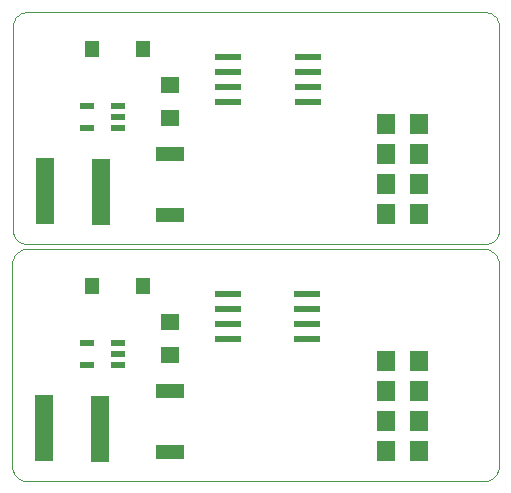
<source format=gtp>
G75*
G70*
%OFA0B0*%
%FSLAX24Y24*%
%IPPOS*%
%LPD*%
%AMOC8*
5,1,8,0,0,1.08239X$1,22.5*
%
%ADD10C,0.0000*%
%ADD11R,0.0870X0.0240*%
%ADD12R,0.0472X0.0217*%
%ADD13R,0.0500X0.0579*%
%ADD14R,0.0630X0.0551*%
%ADD15R,0.0945X0.0512*%
%ADD16R,0.0630X0.2244*%
%ADD17R,0.0630X0.0709*%
D10*
X000800Y000550D02*
X016020Y000550D01*
X016064Y000552D01*
X016107Y000558D01*
X016149Y000567D01*
X016191Y000580D01*
X016231Y000597D01*
X016270Y000617D01*
X016307Y000640D01*
X016341Y000667D01*
X016374Y000696D01*
X016403Y000729D01*
X016430Y000763D01*
X016453Y000800D01*
X016473Y000839D01*
X016490Y000879D01*
X016503Y000921D01*
X016512Y000963D01*
X016518Y001006D01*
X016520Y001050D01*
X016520Y007796D01*
X016518Y007840D01*
X016512Y007883D01*
X016503Y007925D01*
X016490Y007967D01*
X016473Y008007D01*
X016453Y008046D01*
X016430Y008083D01*
X016403Y008117D01*
X016374Y008150D01*
X016341Y008179D01*
X016307Y008206D01*
X016270Y008229D01*
X016231Y008249D01*
X016191Y008266D01*
X016149Y008279D01*
X016107Y008288D01*
X016064Y008294D01*
X016020Y008296D01*
X000800Y008296D01*
X000818Y008446D02*
X016039Y008446D01*
X016083Y008448D01*
X016126Y008454D01*
X016168Y008463D01*
X016210Y008476D01*
X016250Y008493D01*
X016289Y008513D01*
X016326Y008536D01*
X016360Y008563D01*
X016393Y008592D01*
X016422Y008625D01*
X016449Y008659D01*
X016472Y008696D01*
X016492Y008735D01*
X016509Y008775D01*
X016522Y008817D01*
X016531Y008859D01*
X016537Y008902D01*
X016539Y008946D01*
X016539Y015692D01*
X016537Y015736D01*
X016531Y015779D01*
X016522Y015821D01*
X016509Y015863D01*
X016492Y015903D01*
X016472Y015942D01*
X016449Y015979D01*
X016422Y016013D01*
X016393Y016046D01*
X016360Y016075D01*
X016326Y016102D01*
X016289Y016125D01*
X016250Y016145D01*
X016210Y016162D01*
X016168Y016175D01*
X016126Y016184D01*
X016083Y016190D01*
X016039Y016192D01*
X000818Y016192D01*
X000774Y016190D01*
X000731Y016184D01*
X000689Y016175D01*
X000647Y016162D01*
X000607Y016145D01*
X000568Y016125D01*
X000531Y016102D01*
X000497Y016075D01*
X000464Y016046D01*
X000435Y016013D01*
X000408Y015979D01*
X000385Y015942D01*
X000365Y015903D01*
X000348Y015863D01*
X000335Y015821D01*
X000326Y015779D01*
X000320Y015736D01*
X000318Y015692D01*
X000318Y008946D01*
X000320Y008902D01*
X000326Y008859D01*
X000335Y008817D01*
X000348Y008775D01*
X000365Y008735D01*
X000385Y008696D01*
X000408Y008659D01*
X000435Y008625D01*
X000464Y008592D01*
X000497Y008563D01*
X000531Y008536D01*
X000568Y008513D01*
X000607Y008493D01*
X000647Y008476D01*
X000689Y008463D01*
X000731Y008454D01*
X000774Y008448D01*
X000818Y008446D01*
X000800Y008296D02*
X000756Y008294D01*
X000713Y008288D01*
X000671Y008279D01*
X000629Y008266D01*
X000589Y008249D01*
X000550Y008229D01*
X000513Y008206D01*
X000479Y008179D01*
X000446Y008150D01*
X000417Y008117D01*
X000390Y008083D01*
X000367Y008046D01*
X000347Y008007D01*
X000330Y007967D01*
X000317Y007925D01*
X000308Y007883D01*
X000302Y007840D01*
X000300Y007796D01*
X000300Y001050D01*
X000302Y001006D01*
X000308Y000963D01*
X000317Y000921D01*
X000330Y000879D01*
X000347Y000839D01*
X000367Y000800D01*
X000390Y000763D01*
X000417Y000729D01*
X000446Y000696D01*
X000479Y000667D01*
X000513Y000640D01*
X000550Y000617D01*
X000589Y000597D01*
X000629Y000580D01*
X000671Y000567D01*
X000713Y000558D01*
X000756Y000552D01*
X000800Y000550D01*
D11*
X007480Y005300D03*
X007480Y005800D03*
X007480Y006300D03*
X007480Y006800D03*
X010130Y006800D03*
X010130Y006300D03*
X010130Y005800D03*
X010130Y005300D03*
X010148Y013196D03*
X010148Y013696D03*
X010148Y014196D03*
X010148Y014696D03*
X007498Y014696D03*
X007498Y014196D03*
X007498Y013696D03*
X007498Y013196D03*
D12*
X003830Y013070D03*
X003830Y012696D03*
X003830Y012322D03*
X002807Y012322D03*
X002807Y013070D03*
X002788Y005174D03*
X002788Y004426D03*
X003812Y004426D03*
X003812Y004800D03*
X003812Y005174D03*
D13*
X004646Y007050D03*
X002954Y007050D03*
X002972Y014946D03*
X004665Y014946D03*
D14*
X005568Y013748D03*
X005568Y012645D03*
X005550Y005851D03*
X005550Y004749D03*
D15*
X005550Y003574D03*
X005550Y001526D03*
X005568Y009423D03*
X005568Y011470D03*
D16*
X003244Y010196D03*
X001393Y010216D03*
X001375Y002320D03*
X003225Y002300D03*
D17*
X012749Y002550D03*
X012749Y001550D03*
X013851Y001550D03*
X013851Y002550D03*
X013851Y003550D03*
X013851Y004550D03*
X012749Y004550D03*
X012749Y003550D03*
X012767Y009446D03*
X013870Y009446D03*
X013870Y010446D03*
X013870Y011446D03*
X013870Y012446D03*
X012767Y012446D03*
X012767Y011446D03*
X012767Y010446D03*
M02*

</source>
